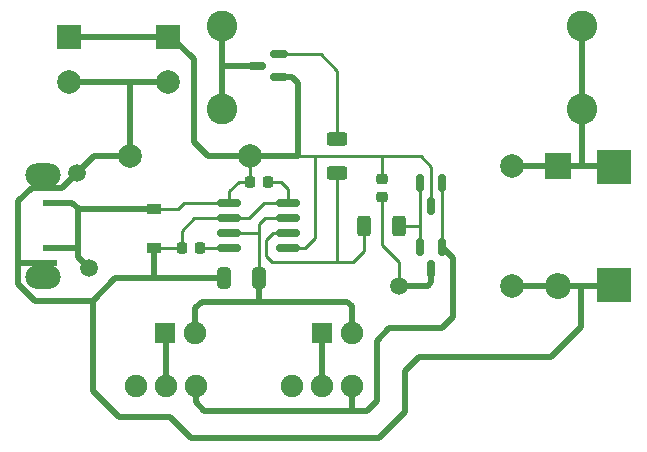
<source format=gbr>
%TF.GenerationSoftware,KiCad,Pcbnew,6.0.2+dfsg-1*%
%TF.CreationDate,2023-06-12T22:10:06+04:00*%
%TF.ProjectId,signal_generator,7369676e-616c-45f6-9765-6e657261746f,rev?*%
%TF.SameCoordinates,Original*%
%TF.FileFunction,Copper,L2,Bot*%
%TF.FilePolarity,Positive*%
%FSLAX46Y46*%
G04 Gerber Fmt 4.6, Leading zero omitted, Abs format (unit mm)*
G04 Created by KiCad (PCBNEW 6.0.2+dfsg-1) date 2023-06-12 22:10:06*
%MOMM*%
%LPD*%
G01*
G04 APERTURE LIST*
G04 Aperture macros list*
%AMRoundRect*
0 Rectangle with rounded corners*
0 $1 Rounding radius*
0 $2 $3 $4 $5 $6 $7 $8 $9 X,Y pos of 4 corners*
0 Add a 4 corners polygon primitive as box body*
4,1,4,$2,$3,$4,$5,$6,$7,$8,$9,$2,$3,0*
0 Add four circle primitives for the rounded corners*
1,1,$1+$1,$2,$3*
1,1,$1+$1,$4,$5*
1,1,$1+$1,$6,$7*
1,1,$1+$1,$8,$9*
0 Add four rect primitives between the rounded corners*
20,1,$1+$1,$2,$3,$4,$5,0*
20,1,$1+$1,$4,$5,$6,$7,0*
20,1,$1+$1,$6,$7,$8,$9,0*
20,1,$1+$1,$8,$9,$2,$3,0*%
G04 Aperture macros list end*
%TA.AperFunction,SMDPad,CuDef*%
%ADD10R,1.150000X0.600000*%
%TD*%
%TA.AperFunction,ComponentPad*%
%ADD11O,3.000000X2.000000*%
%TD*%
%TA.AperFunction,ComponentPad*%
%ADD12C,1.900000*%
%TD*%
%TA.AperFunction,ComponentPad*%
%ADD13C,2.000000*%
%TD*%
%TA.AperFunction,ComponentPad*%
%ADD14C,2.600000*%
%TD*%
%TA.AperFunction,ComponentPad*%
%ADD15R,2.000000X2.000000*%
%TD*%
%TA.AperFunction,ComponentPad*%
%ADD16R,1.700000X1.700000*%
%TD*%
%TA.AperFunction,ComponentPad*%
%ADD17R,2.200000X2.200000*%
%TD*%
%TA.AperFunction,ComponentPad*%
%ADD18O,2.200000X2.200000*%
%TD*%
%TA.AperFunction,ComponentPad*%
%ADD19R,3.000000X3.000000*%
%TD*%
%TA.AperFunction,SMDPad,CuDef*%
%ADD20RoundRect,0.225000X0.225000X0.250000X-0.225000X0.250000X-0.225000X-0.250000X0.225000X-0.250000X0*%
%TD*%
%TA.AperFunction,SMDPad,CuDef*%
%ADD21R,1.200000X0.900000*%
%TD*%
%TA.AperFunction,SMDPad,CuDef*%
%ADD22RoundRect,0.150000X-0.150000X0.587500X-0.150000X-0.587500X0.150000X-0.587500X0.150000X0.587500X0*%
%TD*%
%TA.AperFunction,SMDPad,CuDef*%
%ADD23RoundRect,0.250000X-0.325000X-0.650000X0.325000X-0.650000X0.325000X0.650000X-0.325000X0.650000X0*%
%TD*%
%TA.AperFunction,SMDPad,CuDef*%
%ADD24RoundRect,0.150000X0.825000X0.150000X-0.825000X0.150000X-0.825000X-0.150000X0.825000X-0.150000X0*%
%TD*%
%TA.AperFunction,SMDPad,CuDef*%
%ADD25RoundRect,0.225000X0.250000X-0.225000X0.250000X0.225000X-0.250000X0.225000X-0.250000X-0.225000X0*%
%TD*%
%TA.AperFunction,SMDPad,CuDef*%
%ADD26RoundRect,0.150000X0.587500X0.150000X-0.587500X0.150000X-0.587500X-0.150000X0.587500X-0.150000X0*%
%TD*%
%TA.AperFunction,SMDPad,CuDef*%
%ADD27RoundRect,0.225000X-0.225000X-0.250000X0.225000X-0.250000X0.225000X0.250000X-0.225000X0.250000X0*%
%TD*%
%TA.AperFunction,SMDPad,CuDef*%
%ADD28RoundRect,0.250000X0.625000X-0.312500X0.625000X0.312500X-0.625000X0.312500X-0.625000X-0.312500X0*%
%TD*%
%TA.AperFunction,SMDPad,CuDef*%
%ADD29RoundRect,0.250000X-0.312500X-0.625000X0.312500X-0.625000X0.312500X0.625000X-0.312500X0.625000X0*%
%TD*%
%TA.AperFunction,ViaPad*%
%ADD30C,1.500000*%
%TD*%
%TA.AperFunction,Conductor*%
%ADD31C,0.500000*%
%TD*%
%TA.AperFunction,Conductor*%
%ADD32C,0.250000*%
%TD*%
G04 APERTURE END LIST*
D10*
%TO.P,J1,A1,GND*%
%TO.N,GND*%
X67210000Y-100700000D03*
X67210000Y-107100000D03*
%TO.P,J1,A4,VBUS*%
%TO.N,+5V*%
X67210000Y-101980000D03*
X67210000Y-105790000D03*
D11*
%TO.P,J1,S1,SHIELD*%
%TO.N,GND*%
X66645000Y-108220000D03*
X66645000Y-99580000D03*
%TD*%
D12*
%TO.P,RV1,1,1*%
%TO.N,Net-(Q1-Pad2)*%
X79550000Y-117450000D03*
%TO.P,RV1,2,2*%
%TO.N,Net-(J6-Pad1)*%
X77010000Y-117450000D03*
%TO.P,RV1,3,3*%
%TO.N,unconnected-(RV1-Pad3)*%
X74470000Y-117450000D03*
%TD*%
D13*
%TO.P,R5,1*%
%TO.N,GND*%
X106350000Y-108980000D03*
%TO.P,R5,2*%
%TO.N,Net-(D2-Pad1)*%
X106350000Y-98820000D03*
%TD*%
D12*
%TO.P,RV2,1,1*%
%TO.N,Net-(Q1-Pad2)*%
X92800000Y-117450000D03*
%TO.P,RV2,2,2*%
%TO.N,Net-(J7-Pad1)*%
X90260000Y-117450000D03*
%TO.P,RV2,3,3*%
%TO.N,unconnected-(RV2-Pad3)*%
X87720000Y-117450000D03*
%TD*%
D14*
%TO.P,R4,1*%
%TO.N,Net-(D2-Pad1)*%
X112245000Y-94000000D03*
%TO.P,R4,2*%
%TO.N,Net-(Q3-Pad3)*%
X81765000Y-94000000D03*
%TD*%
%TO.P,R3,1*%
%TO.N,Net-(D2-Pad1)*%
X112245000Y-87000000D03*
%TO.P,R3,2*%
%TO.N,Net-(Q3-Pad3)*%
X81765000Y-87000000D03*
%TD*%
D15*
%TO.P,C6,1*%
%TO.N,+5V*%
X68800000Y-87900000D03*
D13*
%TO.P,C6,2*%
%TO.N,GND*%
X68800000Y-91700000D03*
%TD*%
%TO.P,R6,1*%
%TO.N,GND*%
X74000000Y-98000000D03*
%TO.P,R6,2*%
%TO.N,+5V*%
X84160000Y-98000000D03*
%TD*%
D16*
%TO.P,J7,1,Pin_1*%
%TO.N,Net-(J7-Pad1)*%
X90250000Y-113000000D03*
D12*
%TO.P,J7,2,Pin_2*%
%TO.N,Net-(C1-Pad2)*%
X92790000Y-113000000D03*
%TD*%
D17*
%TO.P,D2,1,K*%
%TO.N,Net-(D2-Pad1)*%
X110200000Y-98820000D03*
D18*
%TO.P,D2,2,A*%
%TO.N,GND*%
X110200000Y-108980000D03*
%TD*%
D16*
%TO.P,J6,1,Pin_1*%
%TO.N,Net-(J6-Pad1)*%
X77000000Y-113000000D03*
D12*
%TO.P,J6,2,Pin_2*%
%TO.N,Net-(C1-Pad2)*%
X79540000Y-113000000D03*
%TD*%
D15*
%TO.P,C5,1*%
%TO.N,+5V*%
X77200000Y-87897349D03*
D13*
%TO.P,C5,2*%
%TO.N,GND*%
X77200000Y-91697349D03*
%TD*%
D19*
%TO.P,J4,1,Pin_1*%
%TO.N,Net-(D2-Pad1)*%
X115000000Y-98900000D03*
%TD*%
D20*
%TO.P,C3,1*%
%TO.N,GND*%
X85700000Y-100200000D03*
%TO.P,C3,2*%
%TO.N,+5V*%
X84150000Y-100200000D03*
%TD*%
D21*
%TO.P,D1,1,K*%
%TO.N,+5V*%
X76000000Y-102500000D03*
%TO.P,D1,2,A*%
%TO.N,GND*%
X76000000Y-105800000D03*
%TD*%
D22*
%TO.P,Q2,1,B*%
%TO.N,Net-(Q1-Pad1)*%
X98550000Y-105725000D03*
%TO.P,Q2,2,E*%
%TO.N,Net-(Q1-Pad2)*%
X100450000Y-105725000D03*
%TO.P,Q2,3,C*%
%TO.N,GND*%
X99500000Y-107600000D03*
%TD*%
D23*
%TO.P,C1,1*%
%TO.N,GND*%
X81975000Y-108350000D03*
%TO.P,C1,2*%
%TO.N,Net-(C1-Pad2)*%
X84925000Y-108350000D03*
%TD*%
D19*
%TO.P,J5,1,Pin_1*%
%TO.N,GND*%
X115000000Y-108900000D03*
%TD*%
D24*
%TO.P,U1,1,GND*%
%TO.N,GND*%
X87375000Y-101995000D03*
%TO.P,U1,2,TR*%
%TO.N,Net-(C1-Pad2)*%
X87375000Y-103265000D03*
%TO.P,U1,3,Q*%
%TO.N,Net-(R1-Pad1)*%
X87375000Y-104535000D03*
%TO.P,U1,4,R*%
%TO.N,+5V*%
X87375000Y-105805000D03*
%TO.P,U1,5,CV*%
%TO.N,Net-(C2-Pad2)*%
X82425000Y-105805000D03*
%TO.P,U1,6,THR*%
%TO.N,Net-(C1-Pad2)*%
X82425000Y-104535000D03*
%TO.P,U1,7,DIS*%
%TO.N,GND*%
X82425000Y-103265000D03*
%TO.P,U1,8,VCC*%
%TO.N,+5V*%
X82425000Y-101995000D03*
%TD*%
D22*
%TO.P,Q1,1,B*%
%TO.N,Net-(Q1-Pad1)*%
X98550000Y-100325000D03*
%TO.P,Q1,2,E*%
%TO.N,Net-(Q1-Pad2)*%
X100450000Y-100325000D03*
%TO.P,Q1,3,C*%
%TO.N,+5V*%
X99500000Y-102200000D03*
%TD*%
D25*
%TO.P,C4,1*%
%TO.N,GND*%
X95300000Y-101475000D03*
%TO.P,C4,2*%
%TO.N,+5V*%
X95300000Y-99925000D03*
%TD*%
D26*
%TO.P,Q3,1,G*%
%TO.N,Net-(Q3-Pad1)*%
X86637500Y-89400000D03*
%TO.P,Q3,2,S*%
%TO.N,+5V*%
X86637500Y-91300000D03*
%TO.P,Q3,3,D*%
%TO.N,Net-(Q3-Pad3)*%
X84762500Y-90350000D03*
%TD*%
D27*
%TO.P,C2,1*%
%TO.N,GND*%
X78375000Y-105800000D03*
%TO.P,C2,2*%
%TO.N,Net-(C2-Pad2)*%
X79925000Y-105800000D03*
%TD*%
D28*
%TO.P,R2,1*%
%TO.N,Net-(R1-Pad1)*%
X91550000Y-99462500D03*
%TO.P,R2,2*%
%TO.N,Net-(Q3-Pad1)*%
X91550000Y-96537500D03*
%TD*%
D29*
%TO.P,R1,1*%
%TO.N,Net-(R1-Pad1)*%
X93850000Y-103900000D03*
%TO.P,R1,2*%
%TO.N,Net-(Q1-Pad1)*%
X96775000Y-103900000D03*
%TD*%
D30*
%TO.N,GND*%
X96750000Y-108980000D03*
X69500000Y-99450000D03*
%TO.N,+5V*%
X70500000Y-107450000D03*
%TD*%
D31*
%TO.N,GND*%
X72750000Y-108350000D02*
X70850000Y-110250000D01*
X64550000Y-108800000D02*
X64550000Y-107050000D01*
D32*
X87375000Y-100825000D02*
X87375000Y-101995000D01*
X85700000Y-100200000D02*
X86750000Y-100200000D01*
D31*
X77200000Y-91697349D02*
X74002651Y-91697349D01*
X77400000Y-120100000D02*
X73050000Y-120100000D01*
X114920000Y-108980000D02*
X115000000Y-108900000D01*
X112220000Y-108980000D02*
X112220000Y-112480000D01*
X67210000Y-107655000D02*
X66645000Y-108220000D01*
X67210000Y-107100000D02*
X67210000Y-107655000D01*
X97300000Y-119650000D02*
X95050000Y-121900000D01*
D32*
X96750000Y-107000000D02*
X96750000Y-108980000D01*
D31*
X67210000Y-100700000D02*
X68250000Y-100700000D01*
X68250000Y-100700000D02*
X69500000Y-99450000D01*
X112220000Y-112480000D02*
X109650000Y-115050000D01*
X64600000Y-107100000D02*
X64550000Y-107050000D01*
X70950000Y-98000000D02*
X74000000Y-98000000D01*
X66000000Y-110250000D02*
X64550000Y-108800000D01*
X67210000Y-107100000D02*
X64600000Y-107100000D01*
X106350000Y-108980000D02*
X110200000Y-108980000D01*
X69500000Y-99450000D02*
X70950000Y-98000000D01*
X95050000Y-121900000D02*
X79200000Y-121900000D01*
X110200000Y-108980000D02*
X112220000Y-108980000D01*
X67210000Y-100700000D02*
X65700000Y-100700000D01*
D32*
X78375000Y-104325000D02*
X78375000Y-105800000D01*
D31*
X74000000Y-98000000D02*
X74000000Y-91700000D01*
X109650000Y-115050000D02*
X98450000Y-115050000D01*
X70850000Y-110250000D02*
X66000000Y-110250000D01*
X99500000Y-107600000D02*
X99500000Y-108700000D01*
X76000000Y-107150000D02*
X76000000Y-108350000D01*
X76000000Y-107150000D02*
X76000000Y-105800000D01*
X98450000Y-115050000D02*
X97300000Y-116200000D01*
D32*
X82425000Y-103265000D02*
X84085000Y-103265000D01*
X95300000Y-101475000D02*
X95300000Y-105550000D01*
D31*
X64550000Y-107050000D02*
X64550000Y-106300000D01*
D32*
X78375000Y-105800000D02*
X76000000Y-105800000D01*
X79435000Y-103265000D02*
X78375000Y-104325000D01*
D31*
X74002651Y-91697349D02*
X68802651Y-91697349D01*
X99500000Y-108700000D02*
X99220000Y-108980000D01*
D32*
X85355000Y-101995000D02*
X87375000Y-101995000D01*
D31*
X70850000Y-117900000D02*
X70850000Y-110250000D01*
X67210000Y-100145000D02*
X66645000Y-99580000D01*
X97300000Y-116200000D02*
X97300000Y-119650000D01*
X65700000Y-100700000D02*
X64550000Y-101850000D01*
X67210000Y-100700000D02*
X67210000Y-100145000D01*
D32*
X95300000Y-105550000D02*
X96750000Y-107000000D01*
X86750000Y-100200000D02*
X87375000Y-100825000D01*
D31*
X81975000Y-108350000D02*
X76000000Y-108350000D01*
D32*
X82425000Y-103265000D02*
X79435000Y-103265000D01*
D31*
X64550000Y-101850000D02*
X64550000Y-106300000D01*
X73050000Y-120100000D02*
X70850000Y-117900000D01*
D32*
X84085000Y-103265000D02*
X85355000Y-101995000D01*
D31*
X76000000Y-108350000D02*
X72750000Y-108350000D01*
X99220000Y-108980000D02*
X96750000Y-108980000D01*
D32*
X68802651Y-91697349D02*
X68800000Y-91700000D01*
D31*
X112220000Y-108980000D02*
X114920000Y-108980000D01*
X79200000Y-121900000D02*
X77400000Y-120100000D01*
%TO.N,Net-(C1-Pad2)*%
X84925000Y-110325000D02*
X92375000Y-110325000D01*
X84925000Y-108350000D02*
X84925000Y-110325000D01*
D32*
X85450000Y-103250000D02*
X84925000Y-103775000D01*
D31*
X79540000Y-110860000D02*
X79540000Y-113000000D01*
D32*
X84925000Y-104525000D02*
X84925000Y-108350000D01*
X82425000Y-104535000D02*
X84915000Y-104535000D01*
D31*
X92790000Y-110740000D02*
X92790000Y-113000000D01*
D32*
X87375000Y-103265000D02*
X87360000Y-103250000D01*
D31*
X80075000Y-110325000D02*
X79540000Y-110860000D01*
D32*
X87360000Y-103250000D02*
X85450000Y-103250000D01*
D31*
X92375000Y-110325000D02*
X92790000Y-110740000D01*
D32*
X84925000Y-103775000D02*
X84925000Y-104525000D01*
D31*
X84925000Y-110325000D02*
X80075000Y-110325000D01*
D32*
%TO.N,Net-(C2-Pad2)*%
X82420000Y-105800000D02*
X82425000Y-105805000D01*
X79925000Y-105800000D02*
X82420000Y-105800000D01*
%TO.N,+5V*%
X82425000Y-100975000D02*
X82425000Y-101995000D01*
D31*
X79400000Y-89800000D02*
X79400000Y-96800000D01*
X69130000Y-101980000D02*
X67210000Y-101980000D01*
X68910000Y-105790000D02*
X67210000Y-105790000D01*
X69590000Y-106540000D02*
X70500000Y-107450000D01*
X79400000Y-96800000D02*
X80600000Y-98000000D01*
D32*
X98600000Y-98000000D02*
X99500000Y-98900000D01*
X92100000Y-98000000D02*
X95300000Y-98000000D01*
X95300000Y-98000000D02*
X95300000Y-99925000D01*
X78605000Y-101995000D02*
X78100000Y-102500000D01*
X68802651Y-87897349D02*
X68800000Y-87900000D01*
D31*
X69590000Y-105790000D02*
X68910000Y-105790000D01*
D32*
X84150000Y-98010000D02*
X84160000Y-98000000D01*
D31*
X69590000Y-105790000D02*
X69590000Y-102560000D01*
D32*
X89650000Y-104950000D02*
X89650000Y-98000000D01*
X87375000Y-105805000D02*
X88795000Y-105805000D01*
D31*
X87750000Y-91300000D02*
X88250000Y-91800000D01*
X69590000Y-105790000D02*
X69590000Y-106540000D01*
X86637500Y-91300000D02*
X87750000Y-91300000D01*
X69650000Y-102500000D02*
X69130000Y-101980000D01*
X69590000Y-102560000D02*
X69650000Y-102500000D01*
D32*
X77497349Y-87897349D02*
X77200000Y-87897349D01*
X82425000Y-101995000D02*
X78605000Y-101995000D01*
X96100000Y-98000000D02*
X98600000Y-98000000D01*
D31*
X77497349Y-87897349D02*
X79400000Y-89800000D01*
D32*
X89650000Y-98000000D02*
X92100000Y-98000000D01*
D31*
X69650000Y-102500000D02*
X76000000Y-102500000D01*
X88250000Y-98000000D02*
X84160000Y-98000000D01*
X88250000Y-91800000D02*
X88250000Y-98000000D01*
X77200000Y-87897349D02*
X68802651Y-87897349D01*
D32*
X95300000Y-98000000D02*
X96100000Y-98000000D01*
X84150000Y-100200000D02*
X83200000Y-100200000D01*
X84150000Y-100200000D02*
X84150000Y-98010000D01*
X88250000Y-98000000D02*
X89650000Y-98000000D01*
X78100000Y-102500000D02*
X76000000Y-102500000D01*
D31*
X80600000Y-98000000D02*
X84160000Y-98000000D01*
D32*
X99500000Y-102200000D02*
X99500000Y-98900000D01*
X88795000Y-105805000D02*
X89650000Y-104950000D01*
X83200000Y-100200000D02*
X82425000Y-100975000D01*
D31*
%TO.N,Net-(D2-Pad1)*%
X112245000Y-94000000D02*
X112245000Y-98795000D01*
X110200000Y-98820000D02*
X112220000Y-98820000D01*
X106350000Y-98820000D02*
X110200000Y-98820000D01*
X112220000Y-98820000D02*
X114920000Y-98820000D01*
X112245000Y-94000000D02*
X112245000Y-87000000D01*
X114920000Y-98820000D02*
X115000000Y-98900000D01*
%TO.N,Net-(J6-Pad1)*%
X77010000Y-117450000D02*
X77010000Y-113010000D01*
X77010000Y-113010000D02*
X77000000Y-113000000D01*
%TO.N,Net-(J7-Pad1)*%
X90260000Y-113010000D02*
X90250000Y-113000000D01*
X90260000Y-117450000D02*
X90260000Y-113010000D01*
D32*
%TO.N,Net-(Q1-Pad1)*%
X96775000Y-103900000D02*
X98550000Y-103900000D01*
X98550000Y-103900000D02*
X98550000Y-105725000D01*
X98550000Y-100325000D02*
X98550000Y-103900000D01*
D31*
%TO.N,Net-(Q1-Pad2)*%
X94900000Y-118750000D02*
X94100000Y-119550000D01*
X79550000Y-118800000D02*
X80300000Y-119550000D01*
X100450000Y-105725000D02*
X101350000Y-106625000D01*
X92800000Y-117450000D02*
X92800000Y-119550000D01*
X100400000Y-112600000D02*
X95950000Y-112600000D01*
X101350000Y-111650000D02*
X100400000Y-112600000D01*
X94100000Y-119550000D02*
X92800000Y-119550000D01*
X95950000Y-112600000D02*
X94900000Y-113650000D01*
X80300000Y-119550000D02*
X92800000Y-119550000D01*
X79550000Y-117450000D02*
X79550000Y-118800000D01*
X101350000Y-106625000D02*
X101350000Y-111650000D01*
D32*
X100450000Y-105725000D02*
X100450000Y-100325000D01*
D31*
X94900000Y-113650000D02*
X94900000Y-118750000D01*
D32*
%TO.N,Net-(Q3-Pad1)*%
X90187500Y-89400000D02*
X91550000Y-90762500D01*
X86637500Y-89400000D02*
X90187500Y-89400000D01*
X91550000Y-96537500D02*
X91550000Y-90762500D01*
D31*
%TO.N,Net-(Q3-Pad3)*%
X81765000Y-90385000D02*
X81765000Y-87000000D01*
X84762500Y-90350000D02*
X81800000Y-90350000D01*
X81765000Y-94000000D02*
X81765000Y-90385000D01*
D32*
%TO.N,Net-(R1-Pad1)*%
X85550000Y-106500000D02*
X86050000Y-107000000D01*
X92900000Y-107000000D02*
X93850000Y-106050000D01*
X86050000Y-107000000D02*
X91550000Y-107000000D01*
X93850000Y-106050000D02*
X93850000Y-103900000D01*
X85550000Y-105100000D02*
X85550000Y-106500000D01*
X86115000Y-104535000D02*
X85550000Y-105100000D01*
X87375000Y-104535000D02*
X86115000Y-104535000D01*
X91550000Y-107000000D02*
X91550000Y-99462500D01*
X91550000Y-107000000D02*
X92900000Y-107000000D01*
%TD*%
M02*

</source>
